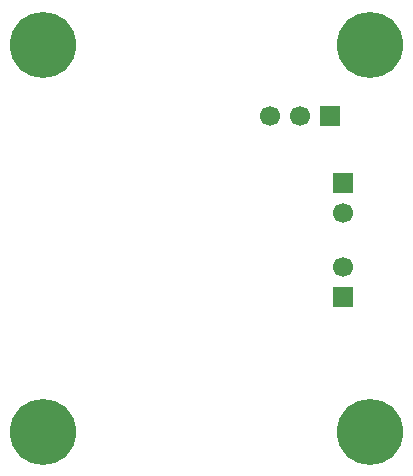
<source format=gbr>
%TF.GenerationSoftware,KiCad,Pcbnew,9.0.5*%
%TF.CreationDate,2025-10-20T16:26:16+05:30*%
%TF.ProjectId,adp2384,61647032-3338-4342-9e6b-696361645f70,A1*%
%TF.SameCoordinates,Original*%
%TF.FileFunction,Soldermask,Bot*%
%TF.FilePolarity,Negative*%
%FSLAX46Y46*%
G04 Gerber Fmt 4.6, Leading zero omitted, Abs format (unit mm)*
G04 Created by KiCad (PCBNEW 9.0.5) date 2025-10-20 16:26:16*
%MOMM*%
%LPD*%
G01*
G04 APERTURE LIST*
%ADD10C,5.600000*%
%ADD11C,3.600000*%
%ADD12C,1.700000*%
%ADD13R,1.700000X1.700000*%
G04 APERTURE END LIST*
D10*
%TO.C,H4*%
X151984000Y-124008000D03*
D11*
X151984000Y-124008000D03*
%TD*%
D10*
%TO.C,H1*%
X124298000Y-91242000D03*
D11*
X124298000Y-91242000D03*
%TD*%
D12*
%TO.C,J1*%
X149698000Y-105461000D03*
D13*
X149698000Y-102921000D03*
%TD*%
D12*
%TO.C,J3*%
X149698000Y-110043000D03*
D13*
X149698000Y-112583000D03*
%TD*%
D12*
%TO.C,J2*%
X143510000Y-97282000D03*
X146050000Y-97282000D03*
D13*
X148590000Y-97282000D03*
%TD*%
D10*
%TO.C,H2*%
X151984000Y-91242000D03*
D11*
X151984000Y-91242000D03*
%TD*%
D10*
%TO.C,H3*%
X124298000Y-124008000D03*
D11*
X124298000Y-124008000D03*
%TD*%
M02*

</source>
